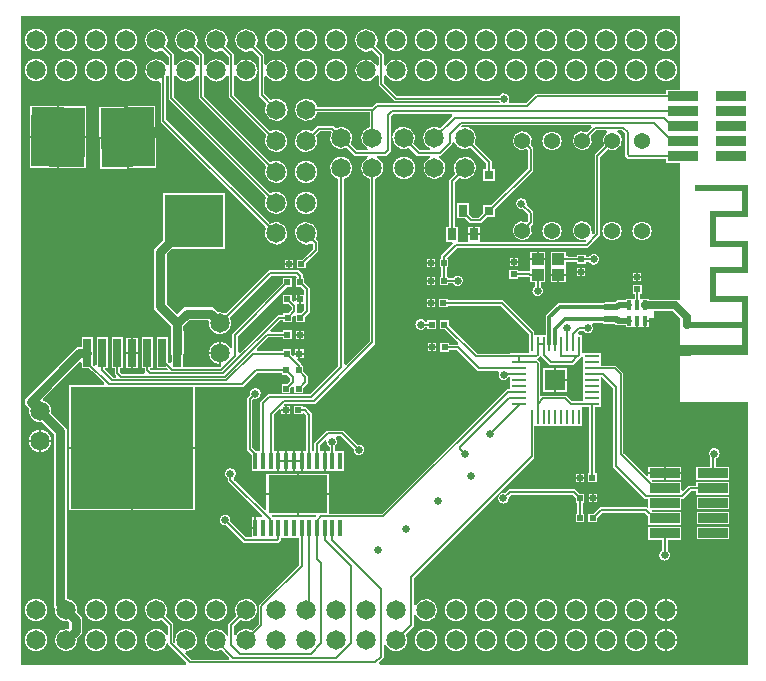
<source format=gtl>
G04 ================== begin FILE IDENTIFICATION RECORD ==================*
G04 Layout Name:  BBB_CAPE_PCB_AN.brd*
G04 Film Name:    TOP*
G04 File Format:  Gerber RS274X*
G04 File Origin:  Cadence Allegro 16.6-P004*
G04 Origin Date:  Thu Sep 11 16:38:19 2014*
G04 *
G04 Layer:  VIA CLASS/TOP*
G04 Layer:  PIN/TOP*
G04 Layer:  ETCH/TOP*
G04 *
G04 Offset:    (0.00 0.00)*
G04 Mirror:    No*
G04 Mode:      Positive*
G04 Rotation:  0*
G04 FullContactRelief:  No*
G04 UndefLineWidth:     5.00*
G04 ================== end FILE IDENTIFICATION RECORD ====================*
%FSLAX25Y25*MOIN*%
%IR0*IPPOS*OFA0.00000B0.00000*MIA0B0*SFA1.00000B1.00000*%
%ADD28R,.1X.032*%
%AMMACRO16*
21,1,.19685,.17717,0.0,0.0,90.389*%
%ADD16MACRO16*%
%ADD12C,.026*%
%ADD22C,.054*%
%AMMACRO13*
21,1,.19685,.17717,0.0,0.0,89.79*%
%ADD13MACRO13*%
%ADD10C,.065*%
%ADD31R,.02X.02*%
%ADD25R,.01X.05*%
%ADD24R,.03X.03*%
%ADD20R,.05X.01*%
%ADD27R,.04X.04*%
%ADD11R,.41X.406*%
%ADD29R,.016X.032*%
%ADD26R,.07X.07*%
%ADD23R,.0315X.04*%
%ADD30R,.035X.035*%
%ADD17R,.014X.058*%
%ADD21R,.019X.019*%
%ADD19R,.019X.019*%
%ADD18R,.198X.128*%
%ADD14R,.029X.093*%
%ADD15R,.19685X.17717*%
%ADD32C,.02*%
%ADD33C,.012*%
%ADD34C,.03*%
%ADD35C,.025*%
%ADD36C,.035*%
%ADD37C,.006*%
%ADD42R,.11004X.04204*%
%ADD39R,.03904X.10304*%
%ADD41C,.06404*%
%ADD38C,.07504*%
%ADD43R,.08004X.08004*%
%ADD40R,.02904X.02904*%
G75*
%LPD*%
G75*
G36*
G01X611300Y1592400D02*
Y1808700D01*
X831000D01*
Y1784002D01*
X826298D01*
Y1782802D01*
X782927D01*
X779727Y1779602D01*
X774108D01*
G02X773762Y1780201I1J400D01*
G03X770640Y1782002I-1562J899D01*
G01X736573D01*
X732302Y1786273D01*
Y1788613D01*
G02X733058Y1788795I400J0D01*
G03Y1792205I3342J1705D01*
G02X732302Y1792387I-356J182D01*
G01Y1795873D01*
X729615Y1798560D01*
X729687Y1798692D01*
G03X728208Y1797213I-3287J1808D01*
G01X728340Y1797285D01*
X730498Y1795127D01*
Y1792387D01*
G02X729742Y1792205I-400J0D01*
G03Y1788795I-3342J-1705D01*
G02X730498Y1788613I356J-182D01*
G01Y1785527D01*
X735827Y1780198D01*
X770640D01*
G03X770828Y1779931I1562J900D01*
G02X770676Y1779602I-152J-129D01*
G01X729527D01*
X728227Y1778302D01*
X710045D01*
X710003Y1778446D01*
G03Y1776354I-3603J-1046D01*
G01X710045Y1776498D01*
X727498D01*
Y1771645D01*
X727354Y1771603D01*
G03X726695Y1764658I1046J-3603D01*
G02X726513Y1763902I-182J-356D01*
G01X723373D01*
X721215Y1766060D01*
X721287Y1766192D01*
G03X716062Y1771213I-3287J1808D01*
G01X715225Y1772050D01*
X710075D01*
X708240Y1770215D01*
X708108Y1770287D01*
G03X709587Y1768808I-1808J-3287D01*
G01X709515Y1768940D01*
X710821Y1770246D01*
X714479D01*
X714785Y1769940D01*
X714713Y1769808D01*
G03X719808Y1764713I3287J-1808D01*
G01X719940Y1764785D01*
X722627Y1762098D01*
X726513D01*
G02X726695Y1761342I0J-400D01*
G03X727354Y1754397I1705J-3342D01*
G01X727498Y1754355D01*
Y1700230D01*
X719584Y1692316D01*
G02X718902Y1692599I-282J283D01*
G01Y1754355D01*
X719046Y1754397D01*
G03X716954I-1046J3603D01*
G01X717098Y1754355D01*
Y1691973D01*
X707627Y1682502D01*
X693611D01*
X691082Y1679973D01*
Y1663702D01*
X689498D01*
X688426Y1664774D01*
Y1680551D01*
X688932Y1681057D01*
X689037Y1681035D01*
G03X687635Y1682437I363J1765D01*
G01X687657Y1682332D01*
X686622Y1681297D01*
Y1664028D01*
X688223Y1662427D01*
Y1656898D01*
X718777D01*
Y1663702D01*
X715918D01*
Y1665213D01*
G03X716220Y1667926I-1018J1487D01*
G02X716513Y1668598I293J272D01*
G01X718027D01*
X722157Y1664468D01*
X722135Y1664363D01*
G03X723537Y1665765I1765J-363D01*
G01X723432Y1665743D01*
X718773Y1670402D01*
X713127D01*
X708996Y1666271D01*
Y1663702D01*
X708240D01*
Y1676184D01*
X706223Y1678202D01*
X705152D01*
Y1678752D01*
X702248D01*
Y1675848D01*
X705152D01*
Y1676398D01*
X705477D01*
X706438Y1675438D01*
Y1663702D01*
X695444D01*
Y1675627D01*
X697366Y1677548D01*
G02X698048Y1677265I282J-283D01*
G01Y1675848D01*
X700952D01*
Y1678752D01*
X699052D01*
G02X698911Y1679093I0J200D01*
G01X699166Y1679348D01*
X709166D01*
X729302Y1699484D01*
Y1754355D01*
X729446Y1754397D01*
G03X730105Y1761342I-1046J3603D01*
G02X730287Y1762098I182J356D01*
G01X733073D01*
X734502Y1763527D01*
Y1775327D01*
X735173Y1775998D01*
X754858D01*
G02X755141Y1775316I0J-400D01*
G01X751040Y1771215D01*
X750908Y1771287D01*
G03X747395Y1764658I-1808J-3287D01*
G02X747213Y1763902I-182J-356D01*
G01X744173D01*
X742015Y1766060D01*
X742087Y1766192D01*
G03X740608Y1764713I-3287J1808D01*
G01X740740Y1764785D01*
X743427Y1762098D01*
X747213D01*
G02X747395Y1761342I0J-400D01*
G03X750805I1705J-3342D01*
G02X750987Y1762098I182J356D01*
G01X751173D01*
X755052Y1765977D01*
Y1766215D01*
G02X755813Y1766387I400J0D01*
G03X761138Y1764787I3388J1613D01*
G01X766398Y1759527D01*
Y1757602D01*
X765298D01*
Y1753598D01*
X769302D01*
Y1757602D01*
X768202D01*
Y1760273D01*
X762415Y1766060D01*
X762487Y1766192D01*
G03X758226Y1771623I-3287J1808D01*
G01X758115Y1771593D01*
X757891Y1771817D01*
X758273Y1772198D01*
X801258D01*
G02X801541Y1771516I0J-400D01*
G01X799935Y1769910D01*
G03X801210Y1768635I-1535J-2810D01*
G01X803073Y1770498D01*
X806404D01*
G02X806626Y1769766I0J-400D01*
G03X805525Y1765691I1774J-2666D01*
G01X805588Y1765563D01*
X802498Y1762473D01*
Y1736273D01*
X802180Y1735955D01*
G02X801509Y1736334I-283J283D01*
G03X799166Y1733991I-3109J766D01*
G02X799545Y1733320I96J-388D01*
G01X799477Y1733252D01*
X764436D01*
Y1738364D01*
X760284D01*
Y1733252D01*
X756956D01*
Y1738364D01*
X755782D01*
Y1753307D01*
X757262Y1754787D01*
G03X755913Y1756192I1939J3212D01*
G01X755985Y1756060D01*
X753978Y1754053D01*
Y1738364D01*
X752804D01*
Y1733360D01*
X754970D01*
G02X755253Y1732678I0J-400D01*
G01X751398Y1728823D01*
Y1727752D01*
X750848D01*
Y1724848D01*
X751398D01*
Y1721752D01*
X750848D01*
Y1718848D01*
X753752D01*
Y1719498D01*
X755240D01*
G03Y1721302I1560J902D01*
G01X753752D01*
Y1721752D01*
X753202D01*
Y1724848D01*
X753752D01*
Y1727752D01*
X753202D01*
Y1728077D01*
X756573Y1731448D01*
X800223D01*
X804302Y1735527D01*
Y1761727D01*
X806863Y1764288D01*
X806991Y1764225D01*
G03X810174Y1769766I1409J2875D01*
G02X810396Y1770498I222J332D01*
G01X811627D01*
X812598Y1769527D01*
Y1762127D01*
X813727Y1760998D01*
X826298D01*
Y1759798D01*
X831000D01*
Y1714134D01*
G02X830317Y1713851I-400J0D01*
G01X830017Y1714152D01*
X820602D01*
Y1714402D01*
X817602D01*
Y1716048D01*
X818152D01*
Y1718952D01*
X815248D01*
Y1716048D01*
X815798D01*
Y1714402D01*
X812798D01*
Y1713902D01*
X809837D01*
X809237Y1713302D01*
X806600D01*
G03X805960Y1713168I1J-1602D01*
G01X805922Y1713152D01*
X805148D01*
Y1712902D01*
X790372D01*
X786230Y1708760D01*
Y1702452D01*
X782428D01*
Y1703523D01*
X772049Y1713902D01*
X753552D01*
Y1714452D01*
X750648D01*
Y1711548D01*
X753552D01*
Y1712098D01*
X771303D01*
X780624Y1702777D01*
Y1702452D01*
X780524D01*
Y1696176D01*
X774248D01*
Y1696076D01*
X763399D01*
X753851Y1705623D01*
Y1707252D01*
X750948D01*
Y1704348D01*
X752577D01*
X757141Y1699784D01*
G02X756858Y1699102I-283J-282D01*
G01X753952D01*
Y1699652D01*
X751048D01*
Y1696748D01*
X753952D01*
Y1697298D01*
X756527D01*
X763490Y1690336D01*
X770193D01*
G02X770555Y1689766I0J-400D01*
G03X773824Y1688250I1631J-766D01*
G01X773878Y1688366D01*
X774248D01*
Y1684264D01*
X773177D01*
X731714Y1642802D01*
X713902D01*
Y1656102D01*
X693098D01*
Y1644269D01*
G02X692416Y1643986I-400J0D01*
G01X682254Y1654148D01*
G02X682276Y1654734I283J283D01*
G03X680198Y1654540I-1176J1366D01*
G01Y1653654D01*
X691667Y1642185D01*
G02X691384Y1641502I-283J-283D01*
G01X688223D01*
Y1634900D01*
X686274D01*
X681043Y1640132D01*
X681065Y1640237D01*
G03X679663Y1638835I-1765J363D01*
G01X679768Y1638857D01*
X685528Y1633098D01*
X697074D01*
X698004Y1634027D01*
Y1634698D01*
X703878D01*
Y1625753D01*
X690498Y1612373D01*
Y1606073D01*
X688240Y1603815D01*
X688108Y1603887D01*
G03X682958Y1602305I-1808J-3287D01*
G02X682202Y1602487I-356J182D01*
G01Y1605227D01*
X684362Y1607387D01*
G03X683013Y1608792I1939J3212D01*
G01X683085Y1608660D01*
X680398Y1605973D01*
Y1602487D01*
G02X679642Y1602305I-400J0D01*
G03X678108Y1597313I-3342J-1705D01*
G01X678240Y1597385D01*
X680841Y1594784D01*
G02X680558Y1594102I-283J-282D01*
G01X668073D01*
X666010Y1596165D01*
G02X666293Y1596848I283J283D01*
G03X662581Y1600101I7J3752D01*
G01X662594Y1600003D01*
X662383Y1599792D01*
X662102Y1600073D01*
Y1606073D01*
X659515Y1608660D01*
X659587Y1608792D01*
G03X658108Y1607313I-3287J1808D01*
G01X658240Y1607385D01*
X660298Y1605327D01*
Y1602671D01*
G02X659552Y1602472I-400J1D01*
G03X659906Y1599565I-3252J-1871D01*
G01X659948Y1599709D01*
X660298D01*
Y1599327D01*
X666542Y1593083D01*
G02X666259Y1592400I-283J-283D01*
G01X611300D01*
G37*
G36*
G01X694900Y1641502D02*
X694786Y1641616D01*
G02X695069Y1642298I283J282D01*
G01X709542D01*
G02X709825Y1641616I0J-400D01*
G01X709711Y1641502D01*
X694900D01*
G37*
G36*
G01X710800Y1663702D02*
Y1665525D01*
X712421Y1667146D01*
G02X713103Y1666834I283J-282D01*
G03X714114Y1665078I1797J-134D01*
G01Y1663702D01*
X710800D01*
G37*
G36*
G01X730841Y1592400D02*
G02X730558Y1593083I0J400D01*
G01X732202Y1594727D01*
Y1598713D01*
G02X732958Y1598895I400J0D01*
G03X739587Y1602408I3342J1705D01*
G01X739515Y1602540D01*
X742202Y1605227D01*
Y1608713D01*
G02X742958Y1608895I400J0D01*
G03Y1612305I3342J1705D01*
G02X742202Y1612487I-356J182D01*
G01Y1621227D01*
X782428Y1661453D01*
Y1672148D01*
X798276D01*
Y1678424D01*
X800648D01*
Y1656252D01*
X800248D01*
Y1653348D01*
X803152D01*
Y1656252D01*
X802602D01*
Y1656773D01*
X802452Y1656923D01*
Y1678424D01*
X804552D01*
Y1688366D01*
X804877D01*
X808598Y1684645D01*
Y1658427D01*
X819227Y1647798D01*
X820398D01*
Y1644925D01*
X820152Y1644823D01*
X820072Y1644902D01*
X804128D01*
X801977Y1642752D01*
X800348D01*
Y1639848D01*
X803252D01*
Y1641477D01*
X804874Y1643100D01*
X819326D01*
X820398Y1642027D01*
Y1639098D01*
X831402D01*
Y1643302D01*
X821673D01*
X821559Y1643416D01*
G02X821842Y1644098I283J282D01*
G01X831402D01*
Y1647798D01*
X832073D01*
X834573Y1650298D01*
X836398D01*
Y1649098D01*
X847402D01*
Y1653302D01*
X836398D01*
Y1652102D01*
X833827D01*
X832084Y1650359D01*
G02X831402Y1650642I-282J283D01*
G01Y1653302D01*
X821673D01*
X821559Y1653416D01*
G02X821842Y1654098I283J282D01*
G01X831402D01*
Y1658302D01*
X820398D01*
Y1655542D01*
G02X819716Y1655259I-400J0D01*
G01X812102Y1662873D01*
Y1689656D01*
X809619Y1692138D01*
X804552D01*
Y1696176D01*
X798276D01*
Y1702452D01*
X797249D01*
G02X796966Y1703135I0J400D01*
G01X797529Y1703698D01*
X798640D01*
G03X801655Y1705663I1560J902D01*
G02X801978Y1706298I323J235D01*
G01X805148D01*
Y1706048D01*
X805922D01*
X805960Y1706032D01*
G03X806600Y1705898I641J1468D01*
G01X809337D01*
X809737Y1705498D01*
X812798D01*
Y1704998D01*
X820602D01*
Y1708102D01*
X822398D01*
Y1710302D01*
X822598D01*
Y1710448D01*
X828483D01*
X831000Y1707932D01*
Y1680000D01*
X853700D01*
Y1592400D01*
X730841D01*
G37*
G36*
G01X794903Y1680328D02*
X793104Y1682126D01*
X784920D01*
X784737Y1681944D01*
G02X784396Y1682085I-141J141D01*
G01Y1693191D01*
X783303Y1694284D01*
X784478Y1695460D01*
X787465Y1692474D01*
X795198D01*
X797123Y1694398D01*
X797197D01*
X797865Y1695066D01*
G02X798548Y1694783I283J-283D01*
G01Y1680328D01*
X794903D01*
G37*
G36*
G01X836000Y1752300D02*
Y1750300D01*
X851500D01*
Y1743600D01*
X841100D01*
Y1731800D01*
X851500D01*
Y1725100D01*
X841100D01*
Y1713300D01*
X851500D01*
Y1706600D01*
X832200D01*
Y1704600D01*
X851500D01*
Y1699100D01*
X832200D01*
Y1695600D01*
X853500D01*
Y1715300D01*
X843100D01*
Y1723100D01*
X853500D01*
Y1733800D01*
X843100D01*
Y1741700D01*
X853500D01*
Y1752300D01*
X836000D01*
G37*
%LPC*%
G75*
G36*
G01X656230Y1757920D02*
X637510Y1757793D01*
X637370Y1778480D01*
X656090Y1778607D01*
X656230Y1757920D01*
G37*
G36*
G01X632998Y1778710D02*
X632922Y1758022D01*
X614202Y1758090D01*
X614278Y1778778D01*
X632998Y1778710D01*
G37*
G36*
G01X765298Y1745602D02*
X768027D01*
X780258Y1757832D01*
Y1763968D01*
X779935Y1764290D01*
G02X781275Y1765691I-1535J2810D01*
G01X781212Y1765563D01*
X782060Y1764714D01*
Y1757086D01*
X769302Y1744327D01*
Y1741598D01*
X766573D01*
X764609Y1739634D01*
X761022D01*
X759422Y1741234D01*
X756544D01*
Y1746238D01*
X760696D01*
Y1742509D01*
X761768Y1741438D01*
X763863D01*
X765298Y1742873D01*
Y1745602D01*
G37*
G36*
G01X779865Y1745737D02*
X779843Y1745632D01*
X782060Y1743414D01*
Y1739486D01*
X781212Y1738637D01*
X781275Y1738509D01*
G02X779935Y1739910I-2875J-1409D01*
G01X780258Y1740232D01*
Y1742668D01*
X778568Y1744357D01*
X778463Y1744335D01*
G02X779865Y1745737I-363J1765D01*
G37*
G36*
G01X710350Y1733425D02*
Y1730375D01*
X706152Y1726177D01*
Y1724548D01*
X703248D01*
Y1727452D01*
X704877D01*
X708546Y1731121D01*
Y1732679D01*
X708240Y1732985D01*
X708108Y1732913D01*
G02X709587Y1734392I-1808J3287D01*
G01X709515Y1734260D01*
X710350Y1733425D01*
G37*
G36*
G01X792902Y1726598D02*
Y1719898D01*
X787898D01*
Y1730102D01*
X792902D01*
Y1728502D01*
X793573D01*
X793673Y1728402D01*
X796548D01*
Y1728952D01*
X799452D01*
Y1728402D01*
X800640D01*
G02Y1726598I1560J-902D01*
G01X799452D01*
Y1726048D01*
X796548D01*
Y1726598D01*
X792902D01*
G37*
G36*
G01X784502Y1719898D02*
Y1718498D01*
G02X782698Y1718614I-1002J-1498D01*
G01Y1719898D01*
X781098D01*
Y1721498D01*
X780427D01*
X780227Y1721698D01*
X776952D01*
Y1721148D01*
X774048D01*
Y1724052D01*
X776952D01*
Y1723502D01*
X781098D01*
Y1730102D01*
X786102D01*
Y1719898D01*
X784502D01*
G37*
G36*
G01X746748Y1704898D02*
X746060D01*
G02Y1706702I-1560J902D01*
G01X746748D01*
Y1707252D01*
X749652D01*
Y1704348D01*
X746748D01*
Y1704898D01*
G37*
G36*
G01X694362Y1739413D02*
G02X693013Y1738008I1939J-3212D01*
G01X693085Y1738140D01*
X657798Y1773427D01*
Y1786470D01*
G03X657302Y1786858I-400J0D01*
G02X659742Y1792205I-902J3642D01*
G03X660498Y1792387I356J182D01*
G01Y1795127D01*
X658340Y1797285D01*
X658208Y1797213D01*
G02X659687Y1798692I-1808J3287D01*
G01X659615Y1798560D01*
X662302Y1795873D01*
Y1792387D01*
G03X663058Y1792205I400J0D01*
G02X669742I3342J-1705D01*
G03X670498Y1792387I356J182D01*
G01Y1795127D01*
X668340Y1797285D01*
X668208Y1797213D01*
G02X669687Y1798692I-1808J3287D01*
G01X669615Y1798560D01*
X672302Y1795873D01*
Y1792387D01*
G03X673058Y1792205I400J0D01*
G02X679742I3342J-1705D01*
G03X680498Y1792387I356J182D01*
G01Y1795127D01*
X678340Y1797285D01*
X678208Y1797213D01*
G02X679687Y1798692I-1808J3287D01*
G01X679615Y1798560D01*
X682302Y1795873D01*
Y1792387D01*
G03X683058Y1792205I400J0D01*
G02Y1788795I3342J-1705D01*
G03X682302Y1788613I-356J-182D01*
G01Y1782273D01*
X694362Y1770213D01*
G02X693013Y1768808I1939J-3212D01*
G01X693085Y1768940D01*
X680498Y1781527D01*
Y1788613D01*
G03X679742Y1788795I-400J0D01*
G02X673058I-3342J1705D01*
G03X672302Y1788613I-356J-182D01*
G01Y1781973D01*
X694362Y1759913D01*
G02X693013Y1758508I1939J-3212D01*
G01X693085Y1758640D01*
X670498Y1781227D01*
Y1788613D01*
G03X669742Y1788795I-400J0D01*
G02X663058I-3342J1705D01*
G03X662302Y1788613I-356J-182D01*
G01Y1781573D01*
X694262Y1749613D01*
G02X692913Y1748208I1939J-3212D01*
G01X692985Y1748340D01*
X660498Y1780827D01*
Y1788613D01*
G03X659742Y1788795I-400J0D01*
G02X659602Y1788543I-3348J1695D01*
G01Y1774173D01*
X694362Y1739413D01*
G37*
G36*
G01X694460Y1780615D02*
X694592Y1780687D01*
G02X693113Y1779208I1808J-3287D01*
G01X693185Y1779340D01*
X690598Y1781927D01*
Y1795027D01*
X688340Y1797285D01*
X688208Y1797213D01*
G02X689687Y1798692I-1808J3287D01*
G01X689615Y1798560D01*
X692402Y1795773D01*
Y1792571D01*
G03X693148Y1792372I400J1D01*
G02Y1788628I3252J-1872D01*
G03X692402Y1788429I-346J-200D01*
G01Y1782673D01*
X694460Y1780615D01*
G37*
G36*
G01X630002Y1601212D02*
G02X626912Y1604302I-3702J-612D01*
G01X627013Y1604285D01*
X627346Y1604618D01*
Y1606582D01*
X627013Y1606915D01*
X626912Y1606898D01*
G02X622598Y1611212I-612J3702D01*
G01X622615Y1611313D01*
X622298Y1611630D01*
Y1669330D01*
X618413Y1673215D01*
X618312Y1673198D01*
G02X613998Y1677512I-612J3702D01*
G01X614015Y1677613D01*
X612450Y1679178D01*
Y1681022D01*
X629880Y1698452D01*
X631448D01*
Y1701502D01*
X635352D01*
Y1697131D01*
X635365Y1697096D01*
G02Y1695604I-1965J-746D01*
G01X635352Y1695569D01*
Y1692473D01*
X635766Y1692059D01*
G03X636448Y1692342I282J283D01*
G01Y1701502D01*
X640352D01*
Y1691198D01*
X639302D01*
Y1690873D01*
X642073Y1688101D01*
X642758D01*
G03X643041Y1688784I0J400D01*
G01X642498Y1689327D01*
Y1691198D01*
X641448D01*
Y1701502D01*
X645352D01*
Y1691198D01*
X644302D01*
Y1690073D01*
X645073Y1689302D01*
X652358D01*
G03X652641Y1689984I0J400D01*
G01X652498Y1690127D01*
Y1691198D01*
X651448D01*
Y1701502D01*
X655352D01*
Y1691198D01*
X654302D01*
Y1690873D01*
X654673Y1690502D01*
X660118D01*
G03X660259Y1690843I0J200D01*
G01X659904Y1691198D01*
X656448D01*
Y1701502D01*
X660352D01*
Y1693300D01*
X660766Y1692886D01*
G03X661448Y1693169I282J283D01*
G01Y1695569D01*
X661435Y1695604D01*
G02X661298Y1696350I1965J746D01*
G01Y1702030D01*
X661198Y1702130D01*
Y1705430D01*
X655656Y1710973D01*
Y1731011D01*
X658456Y1733812D01*
Y1749560D01*
X679144D01*
Y1730840D01*
X661428D01*
X659858Y1729271D01*
Y1712713D01*
X663300Y1709272D01*
X665578Y1711550D01*
X675322D01*
X676887Y1709985D01*
X676988Y1710002D01*
G02X679408Y1709587I611J-3702D01*
G01X679540Y1709515D01*
X693877Y1723852D01*
X703773D01*
X705202Y1722423D01*
Y1721352D01*
X705751D01*
Y1719723D01*
X707452Y1718022D01*
Y1709878D01*
X705852Y1708277D01*
Y1706648D01*
X702948D01*
Y1708608D01*
G03X702266Y1708891I-400J0D01*
G01X701652Y1708277D01*
Y1706648D01*
X698748D01*
Y1707198D01*
X697573D01*
X694359Y1703984D01*
G03X694642Y1703301I283J-283D01*
G01X698548D01*
Y1703852D01*
X701452D01*
Y1700948D01*
X698548D01*
Y1701498D01*
X693575D01*
X689761Y1697684D01*
G03X690044Y1697002I283J-282D01*
G01X698448D01*
Y1697552D01*
X701351D01*
Y1695923D01*
X701966Y1695309D01*
G03X702648Y1695592I282J283D01*
G01Y1697552D01*
X705552D01*
Y1694648D01*
X703592D01*
G03X703309Y1693966I0J-400D01*
G01X704802Y1692473D01*
Y1691952D01*
X705351D01*
Y1690323D01*
X706952Y1688722D01*
Y1686278D01*
X705252Y1684577D01*
Y1682948D01*
X702348D01*
Y1684908D01*
G03X701666Y1685191I-400J0D01*
G01X701052Y1684577D01*
Y1682948D01*
X698148D01*
Y1685852D01*
X699777D01*
X700950Y1687024D01*
Y1687976D01*
X699877Y1689048D01*
X698248D01*
Y1689598D01*
X689973D01*
X685473Y1685098D01*
X669402D01*
Y1643898D01*
X627398D01*
Y1685501D01*
X638808D01*
G03X639091Y1686184I0J400D01*
G01X634077Y1691198D01*
X631448D01*
Y1693111D01*
G03X630766Y1693394I-400J0D01*
G01X618549Y1681177D01*
G03X618723Y1680510I283J-282D01*
G02X621402Y1676288I-1023J-3610D01*
G01X621385Y1676187D01*
X626502Y1671070D01*
Y1614351D01*
X626681Y1614333D01*
G02X630002Y1609988I-381J-3733D01*
G01X629985Y1609887D01*
X631550Y1608322D01*
Y1602878D01*
X629985Y1601313D01*
X630002Y1601212D01*
G37*
G36*
G01X847402Y1658302D02*
Y1654098D01*
X836398D01*
Y1658302D01*
X840998D01*
Y1661667D01*
G02X842941Y1661081I1402J1133D01*
G01X842802Y1661037D01*
Y1658302D01*
X847402D01*
G37*
G36*
G01X772463Y1649665D02*
X772568Y1649643D01*
X773878Y1650952D01*
X795822D01*
X797423Y1649352D01*
X799052D01*
Y1646448D01*
X798502D01*
Y1642752D01*
X799052D01*
Y1639848D01*
X796148D01*
Y1642752D01*
X796698D01*
Y1646448D01*
X796148D01*
Y1648077D01*
X795076Y1649150D01*
X774624D01*
X773843Y1648368D01*
X773865Y1648263D01*
G02X772463Y1649665I-1765J-363D01*
G37*
G36*
G01X826802Y1634098D02*
Y1630398D01*
G02X824998Y1630514I-1002J-1498D01*
G01Y1634098D01*
X820398D01*
Y1638302D01*
X831402D01*
Y1634098D01*
X826802D01*
G37*
G54D42*
X841900Y1636200D03*
Y1641200D03*
Y1646200D03*
G54D39*
X648400Y1696350D03*
G54D41*
X808400Y1737100D03*
X788400D03*
Y1767100D03*
X818400Y1737100D03*
G54D38*
X616300Y1610600D03*
Y1600600D03*
X617700Y1666900D03*
X626400Y1800500D03*
X616400D03*
X626400Y1790500D03*
X616400D03*
X646300Y1610600D03*
X636300D03*
X646300Y1600600D03*
X636300D03*
X646400Y1800500D03*
X636400D03*
X646400Y1790500D03*
X636400D03*
X676300Y1610600D03*
X666300D03*
X706300Y1756700D03*
X706200Y1746400D03*
X716400Y1800500D03*
X706400D03*
X696400D03*
X716400Y1790500D03*
X706400D03*
X738800Y1758000D03*
X746400Y1800500D03*
X736400D03*
X746400Y1790500D03*
X776400Y1800500D03*
X766400D03*
X756400D03*
X776400Y1790500D03*
X766400D03*
X756400D03*
X806400Y1800500D03*
X796400D03*
X786400D03*
X806400Y1790500D03*
X796400D03*
X786400D03*
X826400Y1800500D03*
X816400D03*
X826400Y1790500D03*
X816400D03*
X746300Y1600600D03*
X776300Y1610600D03*
X766300D03*
X756300D03*
X776300Y1600600D03*
X766300D03*
X756300D03*
X806300Y1610600D03*
X796300D03*
X786300D03*
X806300Y1600600D03*
X796300D03*
X786300D03*
X826300Y1610600D03*
X816300D03*
X826300Y1600600D03*
X816300D03*
G54D43*
X789400Y1687300D03*
G54D40*
X704200Y1702400D03*
X700500Y1726000D03*
X748300Y1698200D03*
X747900Y1713000D03*
X748100Y1726300D03*
Y1720300D03*
X775500Y1726800D03*
X798000Y1723300D03*
X816700Y1721700D03*
X801800Y1647900D03*
X797500Y1654800D03*
%LPD*%
G75*
G36*
G01X665352Y1691702D02*
Y1695569D01*
X665365Y1695604D01*
G03X665502Y1696350I-1965J746D01*
G01Y1703770D01*
X665402Y1703870D01*
Y1705430D01*
X667318Y1707346D01*
X673582D01*
X673915Y1707013D01*
X673898Y1706912D01*
G03X680887Y1708108I3702J-612D01*
G01X680815Y1708240D01*
X694623Y1722048D01*
X703027D01*
X703398Y1721677D01*
Y1721352D01*
X702848D01*
Y1718448D01*
X704477D01*
X705650Y1717276D01*
Y1715652D01*
X702848D01*
Y1713692D01*
G02X702166Y1713409I-400J0D01*
G01X701551Y1714023D01*
Y1715652D01*
X698648D01*
Y1712748D01*
X700277D01*
X701450Y1711576D01*
Y1710624D01*
X700377Y1709552D01*
X698748D01*
Y1709002D01*
X696827D01*
X684184Y1696359D01*
G02X683502Y1696642I-282J283D01*
G01Y1702027D01*
X699923Y1718448D01*
X701552D01*
Y1721352D01*
X698648D01*
Y1719723D01*
X681698Y1702773D01*
Y1698187D01*
G02X680942Y1698005I-400J0D01*
G03X677607Y1692548I-3342J-1705D01*
G02X677890Y1691865I0J-400D01*
G01X677727Y1691702D01*
X665352D01*
G37*
G36*
G01X703173Y1709798D02*
X703252Y1709878D01*
Y1712322D01*
X703168Y1712407D01*
G02X703309Y1712748I141J141D01*
G01X705650D01*
Y1710624D01*
X704577Y1709552D01*
X703275D01*
X703173Y1709798D01*
G37*
G54D10*
X626300Y1610600D03*
X616300D03*
X626300Y1600600D03*
X616300D03*
X617700Y1676900D03*
Y1666900D03*
X626400Y1800500D03*
X616400D03*
X626400Y1790500D03*
X616400D03*
X656300Y1610600D03*
X646300D03*
X636300D03*
X656300Y1600600D03*
X646300D03*
X636300D03*
X656400Y1800500D03*
X646400D03*
X636400D03*
X656400Y1790500D03*
X646400D03*
X636400D03*
X686300Y1610600D03*
X676300D03*
X666300D03*
X686300Y1600600D03*
X676300D03*
X666300D03*
X677600Y1696300D03*
Y1706300D03*
X686400Y1800500D03*
X676400D03*
X666400D03*
X686400Y1790500D03*
X676400D03*
X666400D03*
X716300Y1610600D03*
X706300D03*
X696300D03*
X716300Y1600600D03*
X706300D03*
X696300D03*
X706300Y1736200D03*
X696300D03*
X706300Y1767000D03*
X696300D03*
X706300Y1756700D03*
X696300D03*
X706200Y1746400D03*
X696200D03*
X718000Y1768000D03*
Y1758000D03*
X706400Y1777400D03*
X696400D03*
X716400Y1800500D03*
X706400D03*
X696400D03*
X716400Y1790500D03*
X706400D03*
X696400D03*
X746300Y1610600D03*
X736300D03*
X726300D03*
X746300Y1600600D03*
X736300D03*
X726300D03*
X738800Y1768000D03*
Y1758000D03*
X728400Y1768000D03*
Y1758000D03*
X749100Y1768000D03*
Y1758000D03*
X746400Y1800500D03*
X736400D03*
X726400D03*
X746400Y1790500D03*
X736400D03*
X726400D03*
X776300Y1610600D03*
X766300D03*
X756300D03*
X776300Y1600600D03*
X766300D03*
X756300D03*
X759200Y1768000D03*
Y1758000D03*
X776400Y1800500D03*
X766400D03*
X756400D03*
X776400Y1790500D03*
X766400D03*
X756400D03*
X806300Y1610600D03*
X796300D03*
X786300D03*
X806300Y1600600D03*
X796300D03*
X786300D03*
X806400Y1800500D03*
X796400D03*
X786400D03*
X806400Y1790500D03*
X796400D03*
X786400D03*
X826300Y1610600D03*
X816300D03*
X826300Y1600600D03*
X816300D03*
X826400Y1800500D03*
X816400D03*
X826400Y1790500D03*
X816400D03*
G54D11*
X648400Y1664700D03*
G54D20*
X777250Y1679426D03*
Y1681394D03*
Y1683363D03*
Y1685332D03*
Y1687300D03*
Y1689268D03*
Y1691237D03*
Y1693206D03*
Y1695174D03*
X801550Y1679426D03*
Y1695174D03*
Y1693206D03*
Y1691237D03*
Y1689268D03*
Y1687300D03*
Y1685332D03*
Y1683363D03*
Y1681394D03*
G54D21*
X775500Y1726800D03*
Y1722600D03*
X806600Y1707500D03*
Y1711700D03*
X798000Y1723300D03*
Y1727500D03*
X816700Y1721700D03*
Y1717500D03*
G54D30*
X833950Y1697350D03*
G54D12*
X616500Y1702000D03*
X618300Y1730700D03*
X616600Y1713900D03*
X618300Y1744000D03*
X656600Y1625300D03*
X648200Y1625100D03*
X639400Y1624900D03*
X648500Y1636900D03*
X641400Y1730300D03*
X647700Y1713800D03*
X633000Y1714100D03*
X641400Y1743500D03*
X683900Y1625700D03*
X674700Y1625400D03*
X665700Y1625300D03*
X664100Y1636900D03*
X679300Y1640600D03*
X681100Y1656100D03*
X689400Y1682800D03*
X719500Y1679300D03*
X714900Y1666700D03*
X702200Y1717100D03*
X750400Y1647100D03*
X739600Y1637800D03*
X730200Y1630700D03*
X723900Y1664000D03*
X729600Y1690000D03*
X736400Y1705200D03*
X741800Y1684200D03*
X744500Y1705800D03*
X736100Y1732100D03*
X772100Y1647900D03*
X764000Y1628000D03*
X776400D03*
X759300Y1662500D03*
X767700Y1669400D03*
X761400Y1655400D03*
X772186Y1689000D03*
X752500Y1684300D03*
X756800Y1720400D03*
X778100Y1746100D03*
X772200Y1781100D03*
X790400Y1659600D03*
X800200Y1704600D03*
X793300Y1704500D03*
X789400Y1687300D03*
X802200Y1727500D03*
X783500Y1717000D03*
X811800Y1752600D03*
X792900D03*
X825800Y1628900D03*
X823300Y1673700D03*
X833800Y1674400D03*
X842400Y1662800D03*
X823100Y1689200D03*
X815100Y1698500D03*
X846400Y1610700D03*
Y1597200D03*
Y1622800D03*
X845000Y1674500D03*
X847600Y1761800D03*
G54D31*
X833200Y1705600D03*
G54D13*
X623600Y1768400D03*
G54D22*
X778400Y1737100D03*
Y1767100D03*
X808400Y1737100D03*
X798400D03*
X788400D03*
Y1767100D03*
X798400D03*
X808400D03*
X818400Y1737100D03*
Y1767100D03*
G54D32*
G01X806600Y1707500D02*
X810000D01*
X810400Y1707100D01*
X814100D01*
G01X806600Y1711700D02*
X809900D01*
X810500Y1712300D01*
X814100D01*
G54D14*
X633400Y1696350D03*
X638400D03*
X643400D03*
X648400D03*
X653400D03*
X658400D03*
X663400D03*
G54D23*
X762360Y1735862D03*
X754880D03*
X758620Y1743736D03*
G54D33*
G01X806600Y1711700D02*
X790870D01*
X787432Y1708262D01*
Y1699450D01*
G01X806600Y1707500D02*
X792450D01*
X789400Y1704450D01*
Y1699450D01*
G54D15*
X668800Y1740200D03*
G54D24*
X767300Y1755600D03*
Y1743600D03*
G54D34*
G01X626300Y1610600D02*
X629448Y1607452D01*
Y1603748D01*
X626300Y1600600D01*
G01X617700Y1676900D02*
X624400Y1670200D01*
Y1612500D01*
X626300Y1610600D01*
G01X633400Y1696350D02*
X630750D01*
X614552Y1680152D01*
Y1680048D01*
X617700Y1676900D01*
G01X668800Y1740200D02*
X667816D01*
X657757Y1730141D01*
Y1711843D01*
X663300Y1706300D01*
G01X663400Y1696350D02*
Y1702900D01*
X663300Y1703000D01*
Y1706300D01*
G01X677600D02*
X674452Y1709448D01*
X666448D01*
X663300Y1706300D01*
G54D25*
X797274Y1675150D03*
X795306D03*
X793337D03*
X791368D03*
X789400D03*
X787432D03*
X785463D03*
X783494D03*
X781526D03*
Y1699450D03*
X783494D03*
X785463D03*
X787432D03*
X789400D03*
X791368D03*
X793337D03*
X795306D03*
X797274D03*
G54D16*
X646800Y1768200D03*
G54D35*
G01X819300Y1712300D02*
X829250D01*
X833200Y1708350D01*
Y1705600D01*
G54D17*
X689425Y1638100D03*
Y1660300D03*
X717575Y1638100D03*
X715016D03*
X712457D03*
X709898D03*
X707339D03*
X704780D03*
X702220D03*
X699661D03*
X697102D03*
X694543D03*
X691984D03*
Y1660300D03*
X694543D03*
X697102D03*
X699661D03*
X702220D03*
X704780D03*
X707339D03*
X709898D03*
X712457D03*
X715016D03*
X717575D03*
G54D26*
X789400Y1687300D03*
G54D36*
G01X829600Y1697400D02*
X829575Y1697375D01*
Y1697350D01*
G01D02*
X833950D01*
G54D18*
X703500Y1649200D03*
G54D27*
X783600Y1727600D03*
X790400Y1722400D03*
Y1727600D03*
X783600Y1722400D03*
G54D37*
G01X617700Y1662948D02*
Y1666900D01*
G01D02*
Y1670852D01*
G01X613748Y1666900D02*
X617700D01*
G01D02*
X621652D01*
G01X627198Y1664700D02*
X648400D01*
G01X614039Y1768435D02*
X623600Y1768400D01*
G01D02*
X633161Y1768365D01*
G01X623561Y1757855D02*
X623600Y1768400D01*
G01D02*
X623639Y1778945D01*
G01X656300Y1610600D02*
X661200Y1605700D01*
Y1599700D01*
X667700Y1593200D01*
X729400D01*
X731300Y1595100D01*
Y1617716D01*
X715016Y1634000D01*
Y1638100D01*
G01X648400Y1643698D02*
Y1664700D01*
G01D02*
X669602D01*
G01X648400Y1690998D02*
Y1696350D01*
G01D02*
Y1701702D01*
G01X646248Y1696350D02*
X648400D01*
G01D02*
X650552D01*
G01X653400D02*
Y1690500D01*
X654300Y1689600D01*
X678700D01*
X697200Y1708100D01*
X700200D01*
G01X638400Y1696350D02*
Y1690500D01*
X641700Y1687200D01*
X679700D01*
X688600Y1696100D01*
X699900D01*
G01X699700Y1690500D02*
X689600D01*
X685100Y1686000D01*
X640550D01*
X633400Y1693150D01*
Y1696350D01*
G01X658400D02*
Y1693977D01*
X661577Y1690800D01*
X678100D01*
X682600Y1695300D01*
Y1702400D01*
X700100Y1719900D01*
G01X643400Y1696350D02*
Y1689700D01*
X644700Y1688400D01*
X679202D01*
X693202Y1702400D01*
X700000D01*
G01X646728Y1778745D02*
X646800Y1768200D01*
G01D02*
X646872Y1757655D01*
G01X637239Y1768135D02*
X646800Y1768200D01*
G01D02*
X656361Y1768265D01*
G01X696200Y1746400D02*
X661400Y1781200D01*
Y1795500D01*
X656400Y1800500D01*
G01X696300Y1736200D02*
X658700Y1773800D01*
Y1788200D01*
X656400Y1790500D01*
G01X676300Y1600600D02*
X682100Y1594800D01*
X716370D01*
X721300Y1599730D01*
Y1625157D01*
X712457Y1634000D01*
Y1638100D01*
G01X686300Y1600600D02*
X691400Y1605700D01*
Y1612000D01*
X704780Y1625380D01*
Y1638100D01*
G01X686300Y1610600D02*
X681300Y1605600D01*
Y1599000D01*
X684200Y1596100D01*
X707900D01*
X711300Y1599500D01*
Y1626400D01*
X709898Y1627802D01*
Y1638100D01*
G01X689425D02*
Y1641702D01*
G01X688023Y1638100D02*
X689425D01*
G01X694543D02*
Y1640584D01*
X681100Y1654027D01*
Y1656100D01*
G01X679300Y1640600D02*
X685901Y1633999D01*
X696701D01*
X697102Y1634400D01*
Y1638100D01*
G01X689425Y1660300D02*
Y1662500D01*
X687524Y1664401D01*
Y1680924D01*
X689400Y1682800D01*
G01X677600Y1706300D02*
X694250Y1722950D01*
X703400D01*
X704300Y1722050D01*
Y1719900D01*
G01X677600Y1692348D02*
Y1696300D01*
G01D02*
Y1700252D01*
G01X673648Y1696300D02*
X677600D01*
G01X696300Y1756700D02*
X671400Y1781600D01*
Y1795500D01*
X666400Y1800500D01*
G01X696300Y1767000D02*
X681400Y1781900D01*
Y1795500D01*
X676400Y1800500D01*
G01X696400Y1777400D02*
X691500Y1782300D01*
Y1795400D01*
X686400Y1800500D01*
G01X706300Y1610600D02*
X707339Y1611639D01*
Y1638100D01*
G01X777250Y1683363D02*
X773550D01*
X732087Y1641900D01*
X711384D01*
X709898Y1640414D01*
Y1638100D01*
G01X703500Y1642098D02*
Y1649200D01*
G01D02*
Y1656302D01*
G01X692898Y1649200D02*
X703500D01*
G01D02*
X714102D01*
G01X709898Y1660300D02*
Y1665898D01*
X713500Y1669500D01*
X718400D01*
X723900Y1664000D01*
G01X707339Y1660300D02*
Y1675811D01*
X705850Y1677300D01*
X703700D01*
G01X702220Y1660300D02*
X704780D01*
G01X699661D02*
X702220D01*
G01X697102D02*
X699661D01*
G01X699500Y1675648D02*
Y1677300D01*
G01D02*
Y1678952D01*
G01X697848Y1677300D02*
X699500D01*
G01D02*
X701152D01*
G01X712457Y1656698D02*
Y1660300D01*
G01D02*
Y1663902D01*
G01X704780Y1656698D02*
Y1660300D01*
G01D02*
Y1663902D01*
G01X702220Y1656698D02*
Y1660300D01*
G01D02*
Y1663902D01*
G01X699661Y1656698D02*
Y1660300D01*
G01D02*
Y1663902D01*
G01X697102Y1656698D02*
Y1660300D01*
G01D02*
Y1663902D01*
G01X715016Y1660300D02*
Y1666584D01*
X714900Y1666700D01*
G01X694543Y1660300D02*
Y1676000D01*
X698793Y1680250D01*
X708793D01*
X728400Y1699857D01*
Y1758000D01*
G01X718000D02*
Y1691600D01*
X708000Y1681600D01*
X693984D01*
X691984Y1679600D01*
Y1660300D01*
G01X704300Y1719900D02*
X706551Y1717649D01*
Y1710251D01*
X704400Y1708100D01*
G01X704200Y1700748D02*
Y1702400D01*
G01D02*
Y1704052D01*
G01X702548Y1702400D02*
X704200D01*
G01D02*
X705852D01*
G01X704100Y1694448D02*
Y1696100D01*
G01D02*
Y1697752D01*
G01X702448Y1696100D02*
X704100D01*
G01D02*
X705752D01*
G01X700100Y1714200D02*
X702351Y1711949D01*
Y1710251D01*
X700200Y1708100D01*
G01X703900Y1690500D02*
Y1692100D01*
X699900Y1696100D01*
G01X703800Y1684400D02*
X706051Y1686651D01*
Y1688349D01*
X703900Y1690500D01*
G01X699700D02*
X701851Y1688349D01*
Y1686651D01*
X699600Y1684400D01*
G01X704300Y1714200D02*
Y1715000D01*
X702200Y1717100D01*
G01X700500Y1724348D02*
Y1726000D01*
G01D02*
Y1727652D01*
G01X698848Y1726000D02*
X700500D01*
G01D02*
X702152D01*
G01X704300Y1712548D02*
Y1714200D01*
G01X702648D02*
X704300D01*
G01X706300Y1736200D02*
X709448Y1733052D01*
Y1730748D01*
X704700Y1726000D01*
G01X831800Y1776900D02*
X734800D01*
X733600Y1775700D01*
Y1763900D01*
X732700Y1763000D01*
X723000D01*
X718000Y1768000D01*
G01D02*
X714852Y1771148D01*
X710448D01*
X706300Y1767000D01*
G01X728400Y1777400D02*
X706400D01*
G01X736300Y1600600D02*
X741300Y1605600D01*
Y1621600D01*
X781526Y1661826D01*
Y1675150D01*
G01X748300Y1696548D02*
Y1698200D01*
G01D02*
Y1699852D01*
G01X746648Y1698200D02*
X748300D01*
G01D02*
X749952D01*
G01X744500Y1705800D02*
X748200D01*
G01X748100Y1718648D02*
Y1720300D01*
G01D02*
Y1721952D01*
G01X746448Y1720300D02*
X748100D01*
G01D02*
X749752D01*
G01X748100Y1724648D02*
Y1726300D01*
G01D02*
Y1727952D01*
G01X746448Y1726300D02*
X748100D01*
G01D02*
X749752D01*
G01X747900Y1711348D02*
Y1713000D01*
G01D02*
Y1714652D01*
G01X746248Y1713000D02*
X747900D01*
G01D02*
X749552D01*
G01X831800Y1766900D02*
X828400D01*
X822200Y1773100D01*
X757900D01*
X754150Y1769350D01*
Y1766350D01*
X750800Y1763000D01*
X743800D01*
X738800Y1768000D01*
G01X831800Y1771900D02*
X828400D01*
X825500Y1774800D01*
X755900D01*
X749100Y1768000D01*
G01X728400D02*
Y1777400D01*
G01X772200Y1781100D02*
X736200D01*
X731400Y1785900D01*
Y1795500D01*
X726400Y1800500D01*
G01X831800Y1781900D02*
X783300D01*
X780100Y1778700D01*
X729900D01*
X728600Y1777400D01*
X728400D01*
G01X772100Y1647900D02*
X774251Y1650051D01*
X795449D01*
X797600Y1647900D01*
G01X777250Y1681394D02*
X773794D01*
X757531Y1665131D01*
Y1664269D01*
X759300Y1662500D01*
G01X777250Y1679426D02*
Y1678950D01*
X767700Y1669400D01*
G01X781526Y1699450D02*
Y1703150D01*
X771676Y1713000D01*
X752100D01*
G01X777250Y1689268D02*
X772454D01*
X772186Y1689000D01*
G01X777250Y1691237D02*
X763863D01*
X756900Y1698200D01*
X752500D01*
G01X783494Y1679426D02*
Y1692818D01*
X783106Y1693206D01*
X777250D01*
G01Y1695174D02*
X763026D01*
X752400Y1705800D01*
G01X777250Y1693206D02*
Y1695174D01*
G01X783494Y1699450D02*
Y1695750D01*
X782918Y1695174D01*
X777250D01*
G01X775500Y1722600D02*
X780600D01*
X780800Y1722400D01*
X783600D01*
G01X762360Y1735862D02*
Y1738564D01*
G01X760083Y1735862D02*
X762360D01*
G01D02*
X764637D01*
G01X775500Y1725148D02*
Y1726800D01*
G01D02*
Y1728452D01*
G01X773848Y1726800D02*
X775500D01*
G01D02*
X777152D01*
G01X778400Y1737100D02*
X781159Y1739859D01*
Y1743041D01*
X778100Y1746100D01*
G01X752300Y1720400D02*
Y1726300D01*
G01Y1720300D02*
Y1720400D01*
G01D02*
X756800D01*
G01X752300Y1726300D02*
Y1728450D01*
X756200Y1732350D01*
X799850D01*
X803400Y1735900D01*
Y1762100D01*
X808400Y1767100D01*
G01X759200Y1758000D02*
X754880Y1753680D01*
Y1735862D01*
G01X759200Y1768000D02*
X767300Y1759900D01*
Y1755600D01*
G01Y1743600D02*
X764236Y1740536D01*
X761395D01*
X758620Y1743311D01*
Y1743736D01*
G01X767300Y1743600D02*
X781159Y1757459D01*
Y1764341D01*
X778400Y1767100D01*
G01X797600Y1647900D02*
Y1641300D01*
G01X825900Y1641200D02*
X822500D01*
X819699Y1644001D01*
X804501D01*
X801800Y1641300D01*
G01Y1646248D02*
Y1647900D01*
G01D02*
Y1649552D01*
G01X800148Y1647900D02*
X801800D01*
G01D02*
X803452D01*
G01X801550Y1689268D02*
X805250D01*
X809500Y1685018D01*
Y1658800D01*
X819600Y1648700D01*
X831700D01*
X834200Y1651200D01*
X841900D01*
G01X783494Y1679426D02*
Y1675150D01*
G01X801700Y1654800D02*
Y1656400D01*
X801550Y1656550D01*
Y1679426D01*
G01D02*
X794530D01*
X792731Y1681225D01*
X785293D01*
X783494Y1679426D01*
G01X797500Y1653148D02*
Y1654800D01*
G01D02*
Y1656452D01*
G01X795848Y1654800D02*
X797500D01*
G01D02*
X799152D01*
G01X800200Y1704600D02*
X797156D01*
X795306Y1702750D01*
Y1699450D01*
G01X793337D02*
Y1704463D01*
X793300Y1704500D01*
G01X791368Y1699450D02*
Y1695300D01*
G01X785463Y1699450D02*
X783494D01*
G01X791368Y1695300D02*
X796750D01*
X794825Y1693375D01*
X787838D01*
X785463Y1695750D01*
Y1699450D01*
G01X791368Y1695300D02*
X796824D01*
X797274Y1695750D01*
Y1699450D01*
G01X801550Y1691237D02*
X809246D01*
X811200Y1689283D01*
Y1662500D01*
X822500Y1651200D01*
X825900D01*
G01X789400Y1687300D02*
X789300D01*
G01X789400Y1683098D02*
Y1687300D01*
G01D02*
Y1691502D01*
G01Y1687300D02*
X793602D01*
G01X798000Y1727500D02*
X793300D01*
X793200Y1727600D01*
X790400D01*
G01X802200Y1727500D02*
X798000D01*
G01X783500Y1717000D02*
X783600Y1717100D01*
Y1722400D01*
G01X798000Y1721648D02*
Y1723300D01*
G01D02*
Y1724952D01*
G01X796348Y1723300D02*
X798000D01*
G01D02*
X799652D01*
G01X790400Y1719698D02*
Y1722400D01*
G01X787698D02*
X790400D01*
G01D02*
X793102D01*
G01X783600Y1727600D02*
Y1730302D01*
G01X780898Y1727600D02*
X783600D01*
G01D02*
X786302D01*
G01X831800Y1761900D02*
X814100D01*
X813500Y1762500D01*
Y1769900D01*
X812000Y1771400D01*
X802700D01*
X798400Y1767100D01*
G01X826300Y1596648D02*
Y1600600D01*
G01D02*
Y1604552D01*
G01X822348Y1600600D02*
X826300D01*
G01D02*
X830252D01*
G01X826300Y1606648D02*
Y1610600D01*
G01D02*
Y1614552D01*
G01X822348Y1610600D02*
X826300D01*
G01D02*
X830252D01*
G01X825900Y1636200D02*
Y1629000D01*
X825800Y1628900D01*
G01X825900Y1653898D02*
Y1656200D01*
G01D02*
Y1658502D01*
G01X820198Y1656200D02*
X825900D01*
G01D02*
X831602D01*
G01X816700Y1707100D02*
Y1704400D01*
G01X819300Y1704798D02*
Y1707100D01*
G01D02*
X820802D01*
G01X816700Y1720048D02*
Y1721700D01*
G01D02*
Y1723352D01*
G01X815048Y1721700D02*
X816700D01*
G01D02*
X818352D01*
G01X816700Y1712300D02*
Y1717500D01*
G01X841900Y1656200D02*
Y1662300D01*
X842400Y1662800D01*
G54D19*
X703700Y1677300D03*
X699500D03*
X704100Y1696100D03*
X699900D03*
X699600Y1684400D03*
X703800D03*
X704400Y1708100D03*
X700200D03*
X700000Y1702400D03*
X704200D03*
X703900Y1690500D03*
X699700D03*
X700100Y1719900D03*
X704300D03*
X700100Y1714200D03*
X704300D03*
X704700Y1726000D03*
X700500D03*
X748200Y1705800D03*
X748300Y1698200D03*
X747900Y1713000D03*
X748100Y1726300D03*
Y1720300D03*
X752400Y1705800D03*
X752500Y1698200D03*
X752100Y1713000D03*
X752300Y1726300D03*
Y1720300D03*
X797600Y1641300D03*
X801800D03*
Y1647900D03*
X797600D03*
X797500Y1654800D03*
X801700D03*
G54D28*
X841900Y1636200D03*
X825900D03*
X841900Y1641200D03*
X825900D03*
X841900Y1646200D03*
X825900D03*
X841900Y1651200D03*
X825900D03*
X841900Y1656200D03*
X825900D03*
X831800Y1761900D03*
Y1766900D03*
Y1771900D03*
Y1776900D03*
Y1781900D03*
X847800Y1761900D03*
Y1766900D03*
Y1771900D03*
Y1776900D03*
Y1781900D03*
G54D29*
X819300Y1707100D03*
X816700D03*
X814100D03*
Y1712300D03*
X816700D03*
X819300D03*
M02*

</source>
